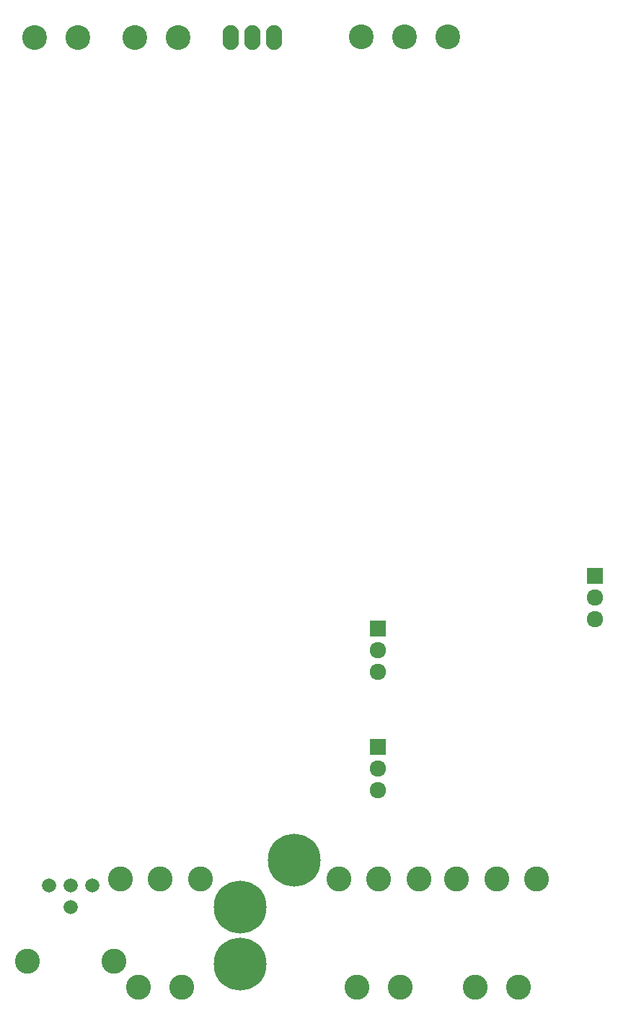
<source format=gbr>
G04 #@! TF.FileFunction,Soldermask,Bot*
%FSLAX46Y46*%
G04 Gerber Fmt 4.6, Leading zero omitted, Abs format (unit mm)*
G04 Created by KiCad (PCBNEW 4.0.2-stable) date 1/6/2017 6:18:40 PM*
%MOMM*%
G01*
G04 APERTURE LIST*
%ADD10C,0.100000*%
%ADD11C,2.940000*%
%ADD12C,1.670000*%
%ADD13O,1.901140X2.899360*%
%ADD14C,6.200000*%
%ADD15C,2.910000*%
%ADD16C,1.924000*%
%ADD17R,1.924000X1.924000*%
G04 APERTURE END LIST*
D10*
D11*
X61722000Y-164338000D03*
X71882000Y-164338000D03*
D12*
X66802000Y-157988000D03*
X66802000Y-155448000D03*
X69342000Y-155448000D03*
X64262000Y-155448000D03*
D13*
X88138000Y-56007000D03*
X85598000Y-56007000D03*
X90678000Y-56007000D03*
D14*
X93081000Y-152519000D03*
X86736000Y-158019000D03*
X86736000Y-164719000D03*
D11*
X77343000Y-154686000D03*
X72644000Y-154686000D03*
X82042000Y-154686000D03*
X74803000Y-167386000D03*
X79883000Y-167386000D03*
X102997000Y-154686000D03*
X98298000Y-154686000D03*
X107696000Y-154686000D03*
X100457000Y-167386000D03*
X105537000Y-167386000D03*
X116840000Y-154686000D03*
X112141000Y-154686000D03*
X121539000Y-154686000D03*
X114300000Y-167386000D03*
X119380000Y-167386000D03*
D15*
X100934000Y-55872000D03*
X106014000Y-55872000D03*
X111094000Y-55872000D03*
D16*
X102870000Y-130429000D03*
X102870000Y-127889000D03*
D17*
X102870000Y-125349000D03*
D16*
X102870000Y-144272000D03*
X102870000Y-141732000D03*
D17*
X102870000Y-139192000D03*
D16*
X128397000Y-124206000D03*
X128397000Y-121666000D03*
D17*
X128397000Y-119126000D03*
D15*
X62580000Y-55999000D03*
X67660000Y-55999000D03*
X74391000Y-55999000D03*
X79471000Y-55999000D03*
M02*

</source>
